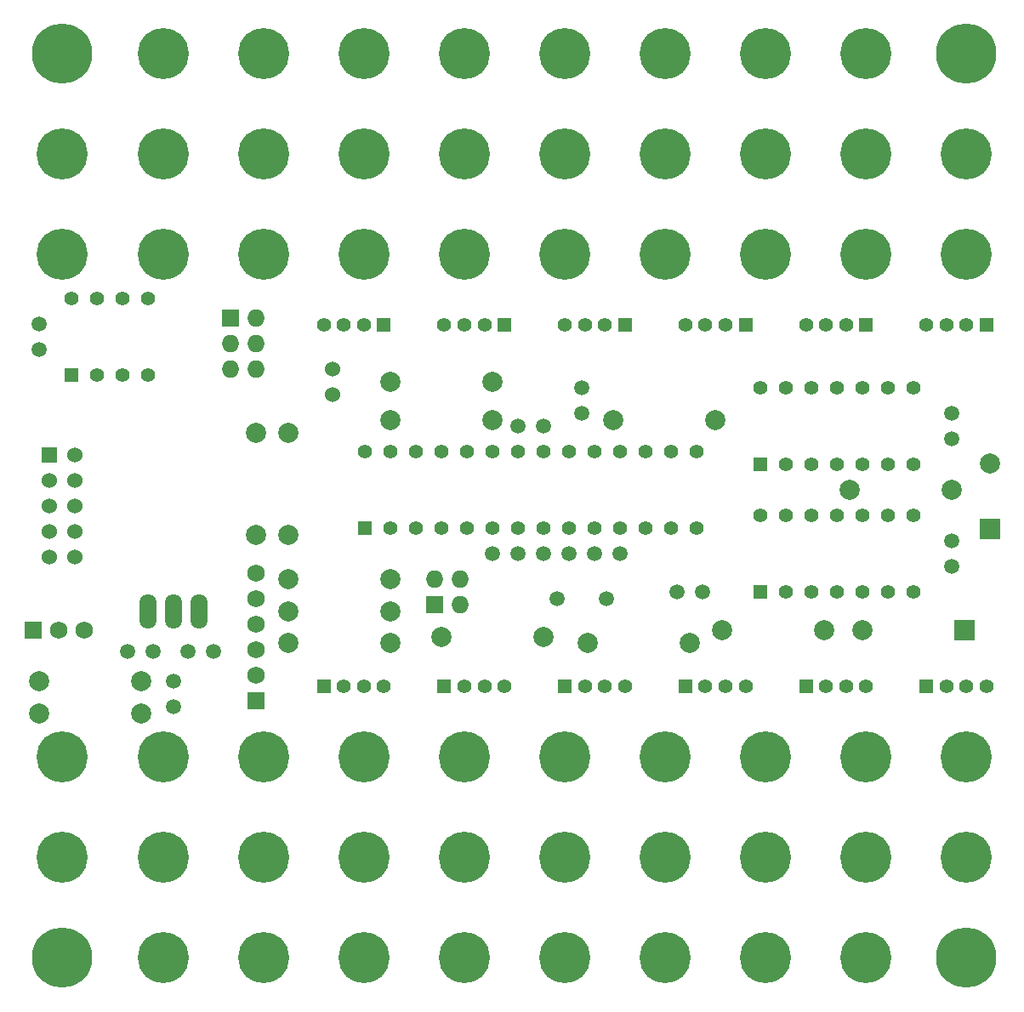
<source format=gbs>
%FSLAX36Y36*%
G04 Gerber Fmt 3.6, Leading zero omitted, Abs format (unit inch)*
G04 Created by KiCad (PCBNEW (2014-jul-16 BZR unknown)-product) date Sun 02 Nov 2014 04:51:11 PM PST*
%MOIN*%
G01*
G04 APERTURE LIST*
%ADD10C,0.003937*%
%ADD11C,0.059100*%
%ADD12C,0.078700*%
%ADD13R,0.078700X0.078700*%
%ADD14C,0.236220*%
%ADD15R,0.068000X0.068000*%
%ADD16C,0.068000*%
%ADD17R,0.060000X0.060000*%
%ADD18C,0.060000*%
%ADD19O,0.068000X0.068000*%
%ADD20O,0.066900X0.137800*%
%ADD21R,0.055000X0.055000*%
%ADD22C,0.055000*%
%ADD23R,0.055118X0.055118*%
%ADD24C,0.055118*%
%ADD25C,0.200000*%
G04 APERTURE END LIST*
D10*
D11*
X2420866Y-4508858D03*
X2520866Y-4508858D03*
X2600000Y-4625000D03*
X2600000Y-4725000D03*
X2757087Y-4508858D03*
X2657087Y-4508858D03*
X4150000Y-4125000D03*
X4050000Y-4125000D03*
X4575000Y-4275000D03*
X4675000Y-4275000D03*
X4250000Y-4125000D03*
X4350000Y-4125000D03*
X4200000Y-3575000D03*
X4200000Y-3475000D03*
X2075000Y-3325000D03*
X2075000Y-3225000D03*
X4050000Y-3625000D03*
X3950000Y-3625000D03*
X3850000Y-4125000D03*
X3950000Y-4125000D03*
X5650000Y-4175000D03*
X5650000Y-4075000D03*
X5650000Y-3675000D03*
X5650000Y-3575000D03*
D12*
X5300000Y-4425000D03*
D13*
X5700000Y-4425000D03*
D14*
X2165354Y-2165354D03*
X5708661Y-2165354D03*
X2165354Y-5708661D03*
X5708661Y-5708661D03*
D15*
X2050000Y-4425000D03*
D16*
X2150000Y-4425000D03*
X2250000Y-4425000D03*
D17*
X2115354Y-3737008D03*
D18*
X2215354Y-3737008D03*
X2115354Y-3837008D03*
X2215354Y-3837008D03*
X2115354Y-3937008D03*
X2215354Y-3937008D03*
X2115354Y-4037008D03*
X2215354Y-4037008D03*
X2115354Y-4137008D03*
X2215354Y-4137008D03*
D15*
X2925000Y-4700000D03*
D16*
X2925000Y-4600000D03*
X2925000Y-4500000D03*
X2925000Y-4400000D03*
X2925000Y-4300000D03*
X2925000Y-4200000D03*
D15*
X2825000Y-3200000D03*
D19*
X2925000Y-3200000D03*
X2825000Y-3300000D03*
X2925000Y-3300000D03*
X2825000Y-3400000D03*
X2925000Y-3400000D03*
D12*
X3050000Y-4050000D03*
X3050000Y-3650000D03*
X2925000Y-3650000D03*
X2925000Y-4050000D03*
X3050000Y-4475000D03*
X3450000Y-4475000D03*
X3050000Y-4350000D03*
X3450000Y-4350000D03*
X4750000Y-4425000D03*
X5150000Y-4425000D03*
X4625000Y-4475000D03*
X4225000Y-4475000D03*
X5650000Y-3875000D03*
X5250000Y-3875000D03*
X4325000Y-3600000D03*
X4725000Y-3600000D03*
D13*
X5800000Y-4028000D03*
D12*
X5800000Y-3772000D03*
D20*
X2600000Y-4350000D03*
X2500000Y-4350000D03*
X2700000Y-4350000D03*
D21*
X4900000Y-4275000D03*
D22*
X5000000Y-4275000D03*
X5100000Y-4275000D03*
X5200000Y-4275000D03*
X5300000Y-4275000D03*
X5400000Y-4275000D03*
X5500000Y-4275000D03*
X5500000Y-3975000D03*
X5400000Y-3975000D03*
X5300000Y-3975000D03*
X5200000Y-3975000D03*
X5100000Y-3975000D03*
X5000000Y-3975000D03*
X4900000Y-3975000D03*
D21*
X2200000Y-3425000D03*
D22*
X2300000Y-3425000D03*
X2400000Y-3425000D03*
X2500000Y-3425000D03*
X2500000Y-3125000D03*
X2400000Y-3125000D03*
X2300000Y-3125000D03*
X2200000Y-3125000D03*
D21*
X4900000Y-3775000D03*
D22*
X5000000Y-3775000D03*
X5100000Y-3775000D03*
X5200000Y-3775000D03*
X5300000Y-3775000D03*
X5400000Y-3775000D03*
X5500000Y-3775000D03*
X5500000Y-3475000D03*
X5400000Y-3475000D03*
X5300000Y-3475000D03*
X5200000Y-3475000D03*
X5100000Y-3475000D03*
X5000000Y-3475000D03*
X4900000Y-3475000D03*
X3450000Y-4025000D03*
X3550000Y-4025000D03*
X3650000Y-4025000D03*
X3750000Y-4025000D03*
X3850000Y-4025000D03*
X3950000Y-4025000D03*
X4050000Y-4025000D03*
X4150000Y-4025000D03*
X4250000Y-4025000D03*
X4350000Y-4025000D03*
X4450000Y-4025000D03*
X4550000Y-4025000D03*
X4650000Y-4025000D03*
D21*
X3350000Y-4025000D03*
D22*
X4650000Y-3725000D03*
X4550000Y-3725000D03*
X4450000Y-3725000D03*
X4350000Y-3725000D03*
X4250000Y-3725000D03*
X4150000Y-3725000D03*
X4050000Y-3725000D03*
X3950000Y-3725000D03*
X3850000Y-3725000D03*
X3750000Y-3725000D03*
X3650000Y-3725000D03*
X3550000Y-3725000D03*
X3450000Y-3725000D03*
X3350000Y-3725000D03*
D11*
X4103900Y-4300000D03*
X4296100Y-4300000D03*
D23*
X3188976Y-4645669D03*
D24*
X3267717Y-4645669D03*
X3346457Y-4645669D03*
X3425197Y-4645669D03*
D23*
X3661417Y-4645669D03*
D24*
X3740157Y-4645669D03*
X3818898Y-4645669D03*
X3897638Y-4645669D03*
D23*
X4133858Y-4645669D03*
D24*
X4212598Y-4645669D03*
X4291339Y-4645669D03*
X4370079Y-4645669D03*
D23*
X4606299Y-4645669D03*
D24*
X4685039Y-4645669D03*
X4763780Y-4645669D03*
X4842520Y-4645669D03*
D23*
X5078740Y-4645669D03*
D24*
X5157480Y-4645669D03*
X5236220Y-4645669D03*
X5314961Y-4645669D03*
D23*
X5551181Y-4645669D03*
D24*
X5629921Y-4645669D03*
X5708661Y-4645669D03*
X5787402Y-4645669D03*
D23*
X3897638Y-3228346D03*
D24*
X3818898Y-3228346D03*
X3740157Y-3228346D03*
X3661417Y-3228346D03*
D23*
X3425197Y-3228346D03*
D24*
X3346457Y-3228346D03*
X3267717Y-3228346D03*
X3188976Y-3228346D03*
D23*
X4370079Y-3228346D03*
D24*
X4291339Y-3228346D03*
X4212598Y-3228346D03*
X4133858Y-3228346D03*
D23*
X4842520Y-3228346D03*
D24*
X4763780Y-3228346D03*
X4685039Y-3228346D03*
X4606299Y-3228346D03*
D23*
X5314961Y-3228346D03*
D24*
X5236220Y-3228346D03*
X5157480Y-3228346D03*
X5078740Y-3228346D03*
D23*
X5787402Y-3228346D03*
D24*
X5708661Y-3228346D03*
X5629921Y-3228346D03*
X5551181Y-3228346D03*
D12*
X3450000Y-3450000D03*
X3850000Y-3450000D03*
X3450000Y-3600000D03*
X3850000Y-3600000D03*
D25*
X2559055Y-2165354D03*
X2952756Y-2165354D03*
X3346457Y-2165354D03*
X3740157Y-2165354D03*
X4133858Y-2165354D03*
X4527559Y-2165354D03*
X4921260Y-2165354D03*
X5314961Y-2165354D03*
X2165354Y-2559055D03*
X2559055Y-2559055D03*
X2952756Y-2559055D03*
X3346457Y-2559055D03*
X3740157Y-2559055D03*
X4133858Y-2559055D03*
X4527559Y-2559055D03*
X4921260Y-2559055D03*
X5314961Y-2559055D03*
X5708661Y-2559055D03*
X2165354Y-2952756D03*
X2559055Y-2952756D03*
X2952756Y-2952756D03*
X3346457Y-2952756D03*
X3740157Y-2952756D03*
X4133858Y-2952756D03*
X4527559Y-2952756D03*
X4921260Y-2952756D03*
X5314961Y-2952756D03*
X5708661Y-2952756D03*
X2165354Y-4921260D03*
X2559055Y-4921260D03*
X2952756Y-4921260D03*
X3346457Y-4921260D03*
X3740157Y-4921260D03*
X4133858Y-4921260D03*
X4527559Y-4921260D03*
X4921260Y-4921260D03*
X5314961Y-4921260D03*
X5708661Y-4921260D03*
X2165354Y-5314961D03*
X2559055Y-5314961D03*
X2952756Y-5314961D03*
X3346457Y-5314961D03*
X3740157Y-5314961D03*
X4133858Y-5314961D03*
X4527559Y-5314961D03*
X4921260Y-5314961D03*
X5314961Y-5314961D03*
X5708661Y-5314961D03*
X2559055Y-5708661D03*
X2952756Y-5708661D03*
X3346457Y-5708661D03*
X3740157Y-5708661D03*
X4133858Y-5708661D03*
X4527559Y-5708661D03*
X4921260Y-5708661D03*
X5314961Y-5708661D03*
D12*
X2075000Y-4750000D03*
X2475000Y-4750000D03*
X2475000Y-4625000D03*
X2075000Y-4625000D03*
D18*
X3225000Y-3500000D03*
X3225000Y-3400000D03*
D15*
X3625000Y-4325000D03*
D19*
X3625000Y-4225000D03*
X3725000Y-4325000D03*
X3725000Y-4225000D03*
D12*
X3450000Y-4225000D03*
X3050000Y-4225000D03*
X3650000Y-4450000D03*
X4050000Y-4450000D03*
M02*

</source>
